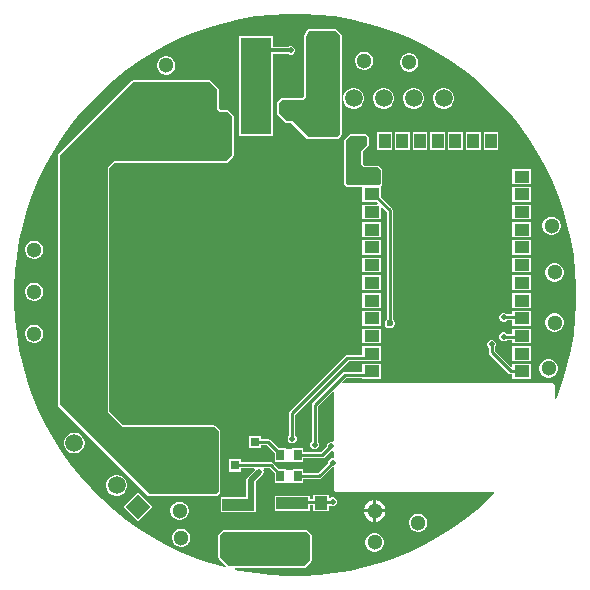
<source format=gbl>
%TF.GenerationSoftware,Altium Limited,Altium Designer,25.0.2 (28)*%
G04 Layer_Physical_Order=4*
G04 Layer_Color=16711680*
%FSLAX45Y45*%
%MOMM*%
%TF.SameCoordinates,35A56F3A-7D9F-4CF9-8D97-DF5CB8944ECC*%
%TF.FilePolarity,Positive*%
%TF.FileFunction,Copper,L4,Bot,Signal*%
%TF.Part,Single*%
G01*
G75*
%TA.AperFunction,SMDPad,CuDef*%
%ADD19R,1.10000X1.15000*%
%ADD21R,2.69240X1.01600*%
%TA.AperFunction,Conductor*%
%ADD35C,0.25400*%
%ADD36C,0.50800*%
%ADD38C,0.35000*%
%TA.AperFunction,ComponentPad*%
%ADD39C,1.30000*%
%ADD40P,2.12132X4X180.0*%
%ADD41C,1.50000*%
%ADD42R,1.50000X1.50000*%
%TA.AperFunction,ViaPad*%
%ADD43C,0.50800*%
%ADD44C,0.60000*%
%TA.AperFunction,SMDPad,CuDef*%
%ADD45R,0.66040X0.93980*%
%ADD46R,0.80000X0.80000*%
%ADD47R,1.30000X1.00000*%
%ADD48R,1.00000X1.30000*%
%ADD49R,9.00000X9.00000*%
%ADD50R,5.08000X5.08000*%
%ADD51R,0.80000X0.80000*%
%ADD52R,2.60000X8.20000*%
G36*
X10728388Y9915922D02*
X10861076Y9900972D01*
X10992723Y9878604D01*
X11122906Y9848891D01*
X11251214Y9811926D01*
X11377254Y9767822D01*
X11500620Y9716723D01*
X11620927Y9658785D01*
X11737796Y9594194D01*
X11850863Y9523150D01*
X11959761Y9445882D01*
X12064162Y9362625D01*
X12163724Y9273651D01*
X12258149Y9179227D01*
X12347123Y9079664D01*
X12430382Y8975261D01*
X12507653Y8866358D01*
X12578694Y8753296D01*
X12643286Y8636426D01*
X12701221Y8516122D01*
X12752322Y8392754D01*
X12796426Y8266714D01*
X12833391Y8138405D01*
X12863104Y8008223D01*
X12885472Y7876575D01*
X12900423Y7743888D01*
X12907909Y7610564D01*
Y7543800D01*
Y7477036D01*
X12900423Y7343712D01*
X12885472Y7211024D01*
X12863104Y7079377D01*
X12833391Y6949194D01*
X12796426Y6820886D01*
X12752322Y6694845D01*
X12738903Y6662447D01*
X12726446Y6664925D01*
Y6781800D01*
X12722420Y6791520D01*
X12712700Y6795546D01*
X10931603D01*
X10926743Y6807280D01*
X10958305Y6838842D01*
X11098300D01*
Y6833400D01*
X11253700D01*
Y6958800D01*
X11098300D01*
Y6890637D01*
X10947578D01*
X10937667Y6888666D01*
X10929266Y6883052D01*
X10675088Y6628874D01*
X10669474Y6620472D01*
X10667502Y6610561D01*
Y6301784D01*
X10661100Y6295382D01*
X10655300Y6281379D01*
Y6266221D01*
X10661100Y6252218D01*
X10671818Y6241500D01*
X10685821Y6235700D01*
X10700979D01*
X10714982Y6241500D01*
X10725700Y6252218D01*
X10731500Y6266221D01*
Y6281379D01*
X10725700Y6295382D01*
X10719298Y6301784D01*
Y6599834D01*
X10845720Y6726257D01*
X10857454Y6721397D01*
Y6305998D01*
X10844753Y6297512D01*
X10840679Y6299200D01*
X10825521D01*
X10811518Y6293400D01*
X10800800Y6282682D01*
X10795000Y6268679D01*
Y6259625D01*
X10746173Y6210798D01*
X10596880D01*
Y6244590D01*
X10505440D01*
Y6240556D01*
X10447020D01*
Y6244590D01*
X10392205D01*
X10319282Y6317512D01*
X10310881Y6323126D01*
X10300970Y6325098D01*
X10243180D01*
Y6351900D01*
X10137780D01*
Y6246500D01*
X10243180D01*
Y6273302D01*
X10290243D01*
X10355580Y6207965D01*
Y6125210D01*
X10447020D01*
Y6129244D01*
X10505440D01*
Y6125210D01*
X10596880D01*
Y6159002D01*
X10756900D01*
X10766811Y6160974D01*
X10775212Y6166588D01*
X10831625Y6223000D01*
X10840679D01*
X10844753Y6224688D01*
X10857454Y6216202D01*
Y6162223D01*
X10853378Y6159500D01*
X10838221D01*
X10824218Y6153700D01*
X10813500Y6142982D01*
X10807700Y6128979D01*
Y6119925D01*
X10720773Y6032998D01*
X10598150D01*
Y6066790D01*
X10506710D01*
Y6062756D01*
X10448290D01*
Y6066790D01*
X10393475D01*
X10340872Y6119393D01*
X10332471Y6125007D01*
X10322560Y6126978D01*
X10073000D01*
Y6153780D01*
X9967600D01*
Y6048380D01*
X10073000D01*
Y6075183D01*
X10180585D01*
X10185846Y6062483D01*
X10127451Y6004089D01*
X10119031Y5991486D01*
X10116073Y5976620D01*
Y5831840D01*
X9898380D01*
Y5704840D01*
X10193020D01*
Y5789987D01*
X10193767Y5793740D01*
Y5960529D01*
X10250969Y6017731D01*
X10253094Y6020913D01*
X10255800Y6023618D01*
X10257264Y6027153D01*
X10259389Y6030334D01*
X10260136Y6034087D01*
X10261600Y6037621D01*
Y6041447D01*
X10262347Y6045200D01*
X10261600Y6048953D01*
Y6052779D01*
X10260136Y6056313D01*
X10259389Y6060066D01*
X10257775Y6062483D01*
X10258360Y6065192D01*
X10262907Y6073257D01*
X10265020Y6075183D01*
X10311833D01*
X10356850Y6030165D01*
Y5947410D01*
X10448290D01*
Y5951444D01*
X10506710D01*
Y5947410D01*
X10598150D01*
Y5981202D01*
X10731500D01*
X10741411Y5983174D01*
X10749812Y5988788D01*
X10844325Y6083300D01*
X10853378D01*
X10857454Y6080577D01*
Y5892800D01*
X10861480Y5883080D01*
X10871200Y5879054D01*
X12212236D01*
X12217096Y5867320D01*
X12163727Y5813951D01*
X12064164Y5724977D01*
X11959761Y5641718D01*
X11850858Y5564447D01*
X11737796Y5493406D01*
X11620926Y5428814D01*
X11500622Y5370878D01*
X11377254Y5319778D01*
X11251214Y5275674D01*
X11122905Y5238709D01*
X10992723Y5208996D01*
X10861075Y5186628D01*
X10728388Y5171678D01*
X10595064Y5164191D01*
X10461536D01*
X10328212Y5171678D01*
X10195524Y5186628D01*
X10063877Y5208996D01*
X10021564Y5218654D01*
X10022995Y5231354D01*
X10604499D01*
X10604500Y5231353D01*
X10614221Y5235379D01*
X10614221Y5235381D01*
X10665020Y5286180D01*
X10669047Y5295900D01*
X10669046Y5295901D01*
Y5511800D01*
X10665020Y5521520D01*
X10665020Y5521521D01*
X10639620Y5546920D01*
X10629900Y5550947D01*
X10629899Y5550946D01*
X9918700D01*
X9908980Y5546920D01*
X9908979Y5546920D01*
X9883580Y5521520D01*
X9879553Y5511800D01*
X9879554Y5511799D01*
Y5321300D01*
X9883580Y5311580D01*
X9946301Y5248858D01*
X9939908Y5237291D01*
X9933694Y5238709D01*
X9805386Y5275674D01*
X9679345Y5319778D01*
X9555980Y5370877D01*
X9435673Y5428814D01*
X9318804Y5493406D01*
X9205737Y5564450D01*
X9096838Y5641718D01*
X8992438Y5724975D01*
X8892876Y5813948D01*
X8798451Y5908373D01*
X8709477Y6007935D01*
X8626218Y6112338D01*
X8548947Y6221241D01*
X8477906Y6334304D01*
X8413314Y6451174D01*
X8355378Y6571478D01*
X8304278Y6694845D01*
X8260174Y6820886D01*
X8223209Y6949195D01*
X8193496Y7079377D01*
X8171128Y7211025D01*
X8156178Y7343712D01*
X8148691Y7477036D01*
Y7543800D01*
Y7610564D01*
X8156178Y7743888D01*
X8171128Y7876576D01*
X8193496Y8008223D01*
X8223209Y8138406D01*
X8260174Y8266714D01*
X8304278Y8392754D01*
X8355377Y8516120D01*
X8413314Y8636427D01*
X8477906Y8753296D01*
X8548950Y8866363D01*
X8626218Y8975261D01*
X8709475Y9079662D01*
X8798448Y9179224D01*
X8892873Y9273649D01*
X8992435Y9362623D01*
X9096838Y9445882D01*
X9205741Y9523153D01*
X9318804Y9594194D01*
X9435674Y9658786D01*
X9555978Y9716721D01*
X9679345Y9767822D01*
X9805386Y9811926D01*
X9933695Y9848891D01*
X10063877Y9878604D01*
X10195525Y9900972D01*
X10328211Y9915922D01*
X10461536Y9923409D01*
X10595064D01*
X10728388Y9915922D01*
D02*
G37*
G36*
X10655300Y5511800D02*
Y5295900D01*
X10604500Y5245100D01*
X9969500D01*
X9893300Y5321300D01*
Y5511800D01*
X9918700Y5537200D01*
X10629900D01*
X10655300Y5511800D01*
D02*
G37*
%LPC*%
G36*
X10871200Y9792747D02*
X10871199Y9792746D01*
X10642600D01*
X10640510Y9791881D01*
X10638253Y9792041D01*
X10635836Y9789945D01*
X10632880Y9788720D01*
X10632014Y9786630D01*
X10630305Y9785148D01*
X10604905Y9734348D01*
X10604678Y9731156D01*
X10603454Y9728200D01*
Y9225894D01*
X10586106Y9208546D01*
X10414000D01*
X10404280Y9204520D01*
X10404279Y9204520D01*
X10378880Y9179120D01*
X10374853Y9169400D01*
X10374854Y9169399D01*
Y9080500D01*
X10378880Y9070780D01*
X10378880Y9070779D01*
X10442380Y9007280D01*
X10452100Y9003253D01*
X10452101Y9003254D01*
X10497206D01*
X10632880Y8867580D01*
X10642600Y8863553D01*
X10642601Y8863554D01*
X10883900D01*
X10893620Y8867580D01*
X10893621Y8867580D01*
X10919020Y8892980D01*
X10923047Y8902700D01*
X10923046Y8902701D01*
Y9740899D01*
X10923047Y9740900D01*
X10919020Y9750620D01*
X10880920Y9788720D01*
X10871200Y9792747D01*
D02*
G37*
G36*
X10340200Y9731800D02*
X10054800D01*
Y8886400D01*
X10340200D01*
Y9583109D01*
X10467110D01*
X10468618Y9581600D01*
X10482621Y9575800D01*
X10497779D01*
X10511782Y9581600D01*
X10522500Y9592318D01*
X10528300Y9606321D01*
Y9621479D01*
X10522500Y9635482D01*
X10511782Y9646200D01*
X10497779Y9652000D01*
X10482621D01*
X10468618Y9646200D01*
X10467110Y9644691D01*
X10340200D01*
Y9731800D01*
D02*
G37*
G36*
X11122729Y9602700D02*
X11102271D01*
X11082509Y9597405D01*
X11064791Y9587175D01*
X11050325Y9572709D01*
X11040095Y9554991D01*
X11034800Y9535229D01*
Y9514771D01*
X11040095Y9495009D01*
X11050325Y9477291D01*
X11064791Y9462825D01*
X11082509Y9452595D01*
X11102271Y9447300D01*
X11122729D01*
X11142491Y9452595D01*
X11160209Y9462825D01*
X11174675Y9477291D01*
X11184905Y9495009D01*
X11190200Y9514771D01*
Y9535229D01*
X11184905Y9554991D01*
X11174675Y9572709D01*
X11160209Y9587175D01*
X11142491Y9597405D01*
X11122729Y9602700D01*
D02*
G37*
G36*
X11503729Y9590000D02*
X11483271D01*
X11463509Y9584705D01*
X11445791Y9574475D01*
X11431325Y9560009D01*
X11421095Y9542291D01*
X11415800Y9522529D01*
Y9502071D01*
X11421095Y9482309D01*
X11431325Y9464591D01*
X11445791Y9450125D01*
X11463509Y9439895D01*
X11483271Y9434600D01*
X11503729D01*
X11523491Y9439895D01*
X11541209Y9450125D01*
X11555675Y9464591D01*
X11565905Y9482309D01*
X11571200Y9502071D01*
Y9522529D01*
X11565905Y9542291D01*
X11555675Y9560009D01*
X11541209Y9574475D01*
X11523491Y9584705D01*
X11503729Y9590000D01*
D02*
G37*
G36*
X9446329Y9564600D02*
X9425871D01*
X9406109Y9559305D01*
X9388391Y9549075D01*
X9373925Y9534609D01*
X9363695Y9516891D01*
X9358400Y9497129D01*
Y9476671D01*
X9363695Y9456909D01*
X9373925Y9439191D01*
X9388391Y9424725D01*
X9406109Y9414495D01*
X9425871Y9409200D01*
X9446329D01*
X9466091Y9414495D01*
X9483809Y9424725D01*
X9498275Y9439191D01*
X9508505Y9456909D01*
X9513800Y9476671D01*
Y9497129D01*
X9508505Y9516891D01*
X9498275Y9534609D01*
X9483809Y9549075D01*
X9466091Y9559305D01*
X9446329Y9564600D01*
D02*
G37*
G36*
X11797146Y9295200D02*
X11774054D01*
X11751749Y9289223D01*
X11731751Y9277677D01*
X11715423Y9261349D01*
X11703877Y9241351D01*
X11697900Y9219046D01*
Y9195954D01*
X11703877Y9173649D01*
X11715423Y9153651D01*
X11731751Y9137323D01*
X11751749Y9125777D01*
X11774054Y9119800D01*
X11797146D01*
X11819451Y9125777D01*
X11839449Y9137323D01*
X11855777Y9153651D01*
X11867323Y9173649D01*
X11873300Y9195954D01*
Y9219046D01*
X11867323Y9241351D01*
X11855777Y9261349D01*
X11839449Y9277677D01*
X11819451Y9289223D01*
X11797146Y9295200D01*
D02*
G37*
G36*
X11543146D02*
X11520054D01*
X11497749Y9289223D01*
X11477751Y9277677D01*
X11461423Y9261349D01*
X11449877Y9241351D01*
X11443900Y9219046D01*
Y9195954D01*
X11449877Y9173649D01*
X11461423Y9153651D01*
X11477751Y9137323D01*
X11497749Y9125777D01*
X11520054Y9119800D01*
X11543146D01*
X11565451Y9125777D01*
X11585449Y9137323D01*
X11601777Y9153651D01*
X11613323Y9173649D01*
X11619300Y9195954D01*
Y9219046D01*
X11613323Y9241351D01*
X11601777Y9261349D01*
X11585449Y9277677D01*
X11565451Y9289223D01*
X11543146Y9295200D01*
D02*
G37*
G36*
X11289146D02*
X11266054D01*
X11243749Y9289223D01*
X11223751Y9277677D01*
X11207423Y9261349D01*
X11195877Y9241351D01*
X11189900Y9219046D01*
Y9195954D01*
X11195877Y9173649D01*
X11207423Y9153651D01*
X11223751Y9137323D01*
X11243749Y9125777D01*
X11266054Y9119800D01*
X11289146D01*
X11311451Y9125777D01*
X11331449Y9137323D01*
X11347777Y9153651D01*
X11359323Y9173649D01*
X11365300Y9195954D01*
Y9219046D01*
X11359323Y9241351D01*
X11347777Y9261349D01*
X11331449Y9277677D01*
X11311451Y9289223D01*
X11289146Y9295200D01*
D02*
G37*
G36*
X11035146D02*
X11012054D01*
X10989749Y9289223D01*
X10969751Y9277677D01*
X10953423Y9261349D01*
X10941877Y9241351D01*
X10935900Y9219046D01*
Y9195954D01*
X10941877Y9173649D01*
X10953423Y9153651D01*
X10969751Y9137323D01*
X10989749Y9125777D01*
X11012054Y9119800D01*
X11035146D01*
X11057451Y9125777D01*
X11077449Y9137323D01*
X11093777Y9153651D01*
X11105323Y9173649D01*
X11111300Y9195954D01*
Y9219046D01*
X11105323Y9241351D01*
X11093777Y9261349D01*
X11077449Y9277677D01*
X11057451Y9289223D01*
X11035146Y9295200D01*
D02*
G37*
G36*
X11125200Y8903747D02*
X11125199Y8903746D01*
X10998201D01*
X10998200Y8903747D01*
X10988480Y8899720D01*
X10950380Y8861620D01*
X10946353Y8851900D01*
X10946354Y8851899D01*
Y8483601D01*
X10946353Y8483600D01*
X10950379Y8473879D01*
X10950381Y8473879D01*
X10963080Y8461180D01*
X10972800Y8457153D01*
X10972801Y8457154D01*
X11098300D01*
Y8333400D01*
X11217075D01*
X11229942Y8320533D01*
X11225082Y8308800D01*
X11098300D01*
Y8183400D01*
X11253700D01*
Y8280182D01*
X11265433Y8285042D01*
X11302502Y8247973D01*
Y7336989D01*
X11292201Y7326687D01*
X11285700Y7310994D01*
Y7294006D01*
X11292201Y7278313D01*
X11304213Y7266301D01*
X11319906Y7259800D01*
X11336894D01*
X11352587Y7266301D01*
X11364599Y7278313D01*
X11371100Y7294006D01*
Y7310994D01*
X11364599Y7326687D01*
X11354298Y7336989D01*
Y8258700D01*
X11352326Y8268610D01*
X11346712Y8277012D01*
X11253700Y8370025D01*
Y8458799D01*
X11253700Y8458799D01*
X11253700D01*
X11253700Y8458800D01*
X11257830Y8469789D01*
X11261920Y8473880D01*
X11265947Y8483600D01*
X11265946Y8483601D01*
Y8597900D01*
X11261920Y8607620D01*
X11261920Y8607621D01*
X11236520Y8633020D01*
X11226800Y8637047D01*
X11226799Y8637046D01*
X11118194D01*
X11112120Y8643120D01*
X11109221Y8644321D01*
X11108020Y8647220D01*
X11108020Y8647220D01*
X11100846Y8654394D01*
Y8757306D01*
X11147620Y8804080D01*
X11151647Y8813800D01*
X11151646Y8813801D01*
Y8877299D01*
X11151647Y8877300D01*
X11147621Y8887021D01*
X11147619Y8887021D01*
X11134920Y8899720D01*
X11125200Y8903747D01*
D02*
G37*
G36*
X12248700Y8923800D02*
X12123300D01*
Y8768400D01*
X12248700D01*
Y8923800D01*
D02*
G37*
G36*
X12098700D02*
X11973300D01*
Y8768400D01*
X12098700D01*
Y8923800D01*
D02*
G37*
G36*
X11948700D02*
X11823300D01*
Y8768400D01*
X11948700D01*
Y8923800D01*
D02*
G37*
G36*
X11798700D02*
X11673300D01*
Y8768400D01*
X11798700D01*
Y8923800D01*
D02*
G37*
G36*
X11648700D02*
X11523300D01*
Y8768400D01*
X11648700D01*
Y8923800D01*
D02*
G37*
G36*
X11348700D02*
X11223300D01*
Y8768400D01*
X11348700D01*
Y8923800D01*
D02*
G37*
G36*
X11498700Y8923800D02*
X11373300D01*
Y8768400D01*
X11498700D01*
Y8923800D01*
D02*
G37*
G36*
X9804400Y9360947D02*
X9804399Y9360946D01*
X9156700D01*
X9146980Y9356920D01*
X9146979Y9356920D01*
X8524680Y8734620D01*
X8520653Y8724900D01*
X8520654Y8724899D01*
Y6616701D01*
X8520653Y6616700D01*
X8524679Y6606979D01*
X8524681Y6606979D01*
X9286680Y5844980D01*
X9296400Y5840953D01*
X9296401Y5840954D01*
X9855200D01*
X9864920Y5844980D01*
X9864921Y5844980D01*
X9890320Y5870380D01*
X9894347Y5880100D01*
X9894346Y5880101D01*
Y6388099D01*
X9894347Y6388100D01*
X9890320Y6397820D01*
X9852220Y6435920D01*
X9842500Y6439947D01*
X9842499Y6439946D01*
X9073494D01*
X8954546Y6558894D01*
Y8617606D01*
X8997294Y8660354D01*
X9944099D01*
X9944100Y8660353D01*
X9953821Y8664379D01*
X9953821Y8664381D01*
X10004620Y8715180D01*
X10008647Y8724900D01*
X10008646Y8724901D01*
Y9055099D01*
X10008647Y9055100D01*
X10004620Y9064820D01*
X9966520Y9102920D01*
X9956800Y9106947D01*
X9956799Y9106946D01*
X9898994D01*
X9881646Y9124294D01*
Y9283700D01*
X9877620Y9293420D01*
X9877620Y9293421D01*
X9814120Y9356920D01*
X9804400Y9360947D01*
D02*
G37*
G36*
X12523700Y8608800D02*
X12368300D01*
Y8483400D01*
X12523700D01*
Y8608800D01*
D02*
G37*
G36*
Y8458800D02*
X12368300D01*
Y8333400D01*
X12523700D01*
Y8458800D01*
D02*
G37*
G36*
Y8308800D02*
X12368300D01*
Y8183400D01*
X12523700D01*
Y8308800D01*
D02*
G37*
G36*
X12710229Y8205700D02*
X12689771D01*
X12670009Y8200405D01*
X12652291Y8190175D01*
X12637825Y8175709D01*
X12627595Y8157991D01*
X12622300Y8138229D01*
Y8117771D01*
X12627595Y8098009D01*
X12637825Y8080291D01*
X12652291Y8065825D01*
X12670009Y8055595D01*
X12689771Y8050300D01*
X12710229D01*
X12729991Y8055595D01*
X12747709Y8065825D01*
X12762175Y8080291D01*
X12772405Y8098009D01*
X12777700Y8117771D01*
Y8138229D01*
X12772405Y8157991D01*
X12762175Y8175709D01*
X12747709Y8190175D01*
X12729991Y8200405D01*
X12710229Y8205700D01*
D02*
G37*
G36*
X12523700Y8158800D02*
X12368300D01*
Y8033400D01*
X12523700D01*
Y8158800D01*
D02*
G37*
G36*
X11253700D02*
X11098300D01*
Y8033400D01*
X11253700D01*
Y8158800D01*
D02*
G37*
G36*
X12523700Y8008800D02*
X12368300D01*
Y7883400D01*
X12523700D01*
Y8008800D01*
D02*
G37*
G36*
X11253700D02*
X11098300D01*
Y7883400D01*
X11253700D01*
Y8008800D01*
D02*
G37*
G36*
X8328729Y8002500D02*
X8308271D01*
X8288509Y7997205D01*
X8270791Y7986975D01*
X8256325Y7972509D01*
X8246095Y7954791D01*
X8240800Y7935029D01*
Y7914571D01*
X8246095Y7894809D01*
X8256325Y7877091D01*
X8270791Y7862625D01*
X8288509Y7852395D01*
X8308271Y7847100D01*
X8328729D01*
X8348491Y7852395D01*
X8366209Y7862625D01*
X8380675Y7877091D01*
X8390905Y7894809D01*
X8396200Y7914571D01*
Y7935029D01*
X8390905Y7954791D01*
X8380675Y7972509D01*
X8366209Y7986975D01*
X8348491Y7997205D01*
X8328729Y8002500D01*
D02*
G37*
G36*
X12523700Y7858800D02*
X12368300D01*
Y7733400D01*
X12523700D01*
Y7858800D01*
D02*
G37*
G36*
X11253700Y7858800D02*
X11098300D01*
Y7733400D01*
X11253700D01*
Y7858800D01*
D02*
G37*
G36*
X12735629Y7812000D02*
X12715171D01*
X12695409Y7806705D01*
X12677691Y7796475D01*
X12663225Y7782009D01*
X12652995Y7764291D01*
X12647700Y7744529D01*
Y7724071D01*
X12652995Y7704309D01*
X12663225Y7686591D01*
X12677691Y7672125D01*
X12695409Y7661895D01*
X12715171Y7656600D01*
X12735629D01*
X12755391Y7661895D01*
X12773109Y7672125D01*
X12787575Y7686591D01*
X12797805Y7704309D01*
X12803101Y7724071D01*
Y7744529D01*
X12797805Y7764291D01*
X12787575Y7782009D01*
X12773109Y7796475D01*
X12755391Y7806705D01*
X12735629Y7812000D01*
D02*
G37*
G36*
X12523700Y7708800D02*
X12368300D01*
Y7583400D01*
X12523700D01*
Y7708800D01*
D02*
G37*
G36*
X11253700D02*
X11098300D01*
Y7583400D01*
X11253700D01*
Y7708800D01*
D02*
G37*
G36*
X8328729Y7646900D02*
X8308271D01*
X8288509Y7641605D01*
X8270791Y7631375D01*
X8256325Y7616909D01*
X8246095Y7599191D01*
X8240800Y7579429D01*
Y7558971D01*
X8246095Y7539209D01*
X8256325Y7521491D01*
X8270791Y7507025D01*
X8288509Y7496795D01*
X8308271Y7491500D01*
X8328729D01*
X8348491Y7496795D01*
X8366209Y7507025D01*
X8380675Y7521491D01*
X8390905Y7539209D01*
X8396200Y7558971D01*
Y7579429D01*
X8390905Y7599191D01*
X8380675Y7616909D01*
X8366209Y7631375D01*
X8348491Y7641605D01*
X8328729Y7646900D01*
D02*
G37*
G36*
X12523700Y7558800D02*
X12368300D01*
Y7433400D01*
X12523700D01*
Y7558800D01*
D02*
G37*
G36*
X11253700Y7558799D02*
X11098300D01*
Y7433400D01*
X11253700D01*
Y7558799D01*
D02*
G37*
G36*
X12523700Y7408800D02*
X12368300D01*
Y7379198D01*
X12321584D01*
X12315182Y7385600D01*
X12301179Y7391400D01*
X12286021D01*
X12272018Y7385600D01*
X12261300Y7374882D01*
X12255500Y7360879D01*
Y7345721D01*
X12261300Y7331718D01*
X12272018Y7321000D01*
X12286021Y7315200D01*
X12301179D01*
X12315182Y7321000D01*
X12321584Y7327402D01*
X12368300D01*
Y7283400D01*
X12523700D01*
Y7408800D01*
D02*
G37*
G36*
X11253700D02*
X11098300D01*
Y7283400D01*
X11253700D01*
Y7408800D01*
D02*
G37*
G36*
X12735629Y7386550D02*
X12715171D01*
X12695409Y7381255D01*
X12677691Y7371025D01*
X12663225Y7356559D01*
X12652995Y7338841D01*
X12647700Y7319079D01*
Y7298621D01*
X12652995Y7278859D01*
X12663225Y7261141D01*
X12677691Y7246675D01*
X12695409Y7236445D01*
X12715171Y7231150D01*
X12735629D01*
X12755391Y7236445D01*
X12773109Y7246675D01*
X12787575Y7261141D01*
X12797805Y7278859D01*
X12803101Y7298621D01*
Y7319079D01*
X12797805Y7338841D01*
X12787575Y7356559D01*
X12773109Y7371025D01*
X12755391Y7381255D01*
X12735629Y7386550D01*
D02*
G37*
G36*
X12523700Y7258800D02*
X12368300D01*
Y7214098D01*
X12321584D01*
X12315182Y7220500D01*
X12301179Y7226300D01*
X12286021D01*
X12272018Y7220500D01*
X12261300Y7209782D01*
X12255500Y7195779D01*
Y7180621D01*
X12261300Y7166618D01*
X12272018Y7155900D01*
X12286021Y7150100D01*
X12301179D01*
X12315182Y7155900D01*
X12321584Y7162302D01*
X12368300D01*
Y7133400D01*
X12523700D01*
Y7258800D01*
D02*
G37*
G36*
X8328729Y7291300D02*
X8308271D01*
X8288509Y7286005D01*
X8270791Y7275775D01*
X8256325Y7261309D01*
X8246095Y7243591D01*
X8240800Y7223829D01*
Y7203371D01*
X8246095Y7183609D01*
X8256325Y7165891D01*
X8270791Y7151425D01*
X8288509Y7141195D01*
X8308271Y7135900D01*
X8328729D01*
X8348491Y7141195D01*
X8366209Y7151425D01*
X8380675Y7165891D01*
X8390905Y7183609D01*
X8396200Y7203371D01*
Y7223829D01*
X8390905Y7243591D01*
X8380675Y7261309D01*
X8366209Y7275775D01*
X8348491Y7286005D01*
X8328729Y7291300D01*
D02*
G37*
G36*
X11253700Y7258800D02*
X11098300D01*
Y7133400D01*
X11253700D01*
Y7258800D01*
D02*
G37*
G36*
X12523700Y7108800D02*
X12368300D01*
Y6983400D01*
X12523700D01*
Y7108800D01*
D02*
G37*
G36*
X12684829Y6999200D02*
X12664371D01*
X12644609Y6993905D01*
X12626891Y6983675D01*
X12612425Y6969209D01*
X12602195Y6951491D01*
X12596900Y6931729D01*
Y6911271D01*
X12602195Y6891509D01*
X12612425Y6873791D01*
X12626891Y6859325D01*
X12644609Y6849095D01*
X12664371Y6843800D01*
X12684829D01*
X12704591Y6849095D01*
X12722309Y6859325D01*
X12736775Y6873791D01*
X12747005Y6891509D01*
X12752300Y6911271D01*
Y6931729D01*
X12747005Y6951491D01*
X12736775Y6969209D01*
X12722309Y6983675D01*
X12704591Y6993905D01*
X12684829Y6999200D01*
D02*
G37*
G36*
X12199579Y7162800D02*
X12184421D01*
X12170418Y7157000D01*
X12159700Y7146282D01*
X12153900Y7132279D01*
Y7117121D01*
X12159700Y7103118D01*
X12166102Y7096716D01*
Y7061200D01*
X12168074Y7051290D01*
X12173688Y7042888D01*
X12338788Y6877788D01*
X12347190Y6872174D01*
X12357100Y6870202D01*
X12368300D01*
Y6833400D01*
X12523700D01*
Y6958800D01*
X12368300D01*
Y6939485D01*
X12355600Y6934225D01*
X12217898Y7071927D01*
Y7096716D01*
X12224300Y7103118D01*
X12230100Y7117121D01*
Y7132279D01*
X12224300Y7146282D01*
X12213582Y7157000D01*
X12199579Y7162800D01*
D02*
G37*
G36*
X11253700Y7108800D02*
X11098300D01*
Y7034697D01*
X10971200D01*
X10961289Y7032726D01*
X10952887Y7027112D01*
X10484588Y6558812D01*
X10478974Y6550411D01*
X10477002Y6540500D01*
Y6352584D01*
X10470600Y6346182D01*
X10464800Y6332179D01*
Y6317021D01*
X10470600Y6303018D01*
X10481318Y6292300D01*
X10495321Y6286500D01*
X10510479D01*
X10524482Y6292300D01*
X10535200Y6303018D01*
X10541000Y6317021D01*
Y6332179D01*
X10535200Y6346182D01*
X10528798Y6352584D01*
Y6529773D01*
X10981927Y6982902D01*
X11138700D01*
X11141204Y6983400D01*
X11253700D01*
Y7108800D01*
D02*
G37*
G36*
X8669335Y6377810D02*
X8646244D01*
X8623939Y6371834D01*
X8603941Y6360288D01*
X8587612Y6343959D01*
X8576066Y6323961D01*
X8570090Y6301656D01*
Y6278565D01*
X8576066Y6256260D01*
X8587612Y6236261D01*
X8603941Y6219933D01*
X8623939Y6208387D01*
X8646244Y6202411D01*
X8669335D01*
X8691640Y6208387D01*
X8711639Y6219933D01*
X8727967Y6236261D01*
X8739513Y6256260D01*
X8745489Y6278565D01*
Y6301656D01*
X8739513Y6323961D01*
X8727967Y6343959D01*
X8711639Y6360288D01*
X8691640Y6371834D01*
X8669335Y6377810D01*
D02*
G37*
G36*
X9028546Y6018600D02*
X9005454D01*
X8983149Y6012623D01*
X8963151Y6001077D01*
X8946823Y5984749D01*
X8935277Y5964751D01*
X8929300Y5942446D01*
Y5919354D01*
X8935277Y5897049D01*
X8946823Y5877051D01*
X8963151Y5860723D01*
X8983149Y5849177D01*
X9005454Y5843200D01*
X9028546D01*
X9050851Y5849177D01*
X9070849Y5860723D01*
X9087177Y5877051D01*
X9098723Y5897049D01*
X9104700Y5919354D01*
Y5942446D01*
X9098723Y5964751D01*
X9087177Y5984749D01*
X9070849Y6001077D01*
X9050851Y6012623D01*
X9028546Y6018600D01*
D02*
G37*
G36*
X10811900Y5852500D02*
X10676500D01*
Y5816297D01*
X10650220D01*
Y5844540D01*
X10355580D01*
Y5717540D01*
X10650220D01*
Y5764502D01*
X10676500D01*
Y5712100D01*
X10811900D01*
Y5753258D01*
X10824218Y5758900D01*
X10838221Y5753100D01*
X10853379D01*
X10867382Y5758900D01*
X10878100Y5769618D01*
X10883900Y5783621D01*
Y5798779D01*
X10878100Y5812782D01*
X10867382Y5823500D01*
X10853379Y5829300D01*
X10838221D01*
X10824218Y5823500D01*
X10811900Y5829142D01*
Y5852500D01*
D02*
G37*
G36*
X11214100Y5805186D02*
Y5727700D01*
X11291586D01*
X11285639Y5749893D01*
X11273738Y5770507D01*
X11256907Y5787338D01*
X11236293Y5799239D01*
X11214100Y5805186D01*
D02*
G37*
G36*
X11188700D02*
X11166507Y5799239D01*
X11145893Y5787338D01*
X11129062Y5770507D01*
X11117161Y5749893D01*
X11111214Y5727700D01*
X11188700D01*
Y5805186D01*
D02*
G37*
G36*
X9560629Y5792700D02*
X9540171D01*
X9520409Y5787405D01*
X9502691Y5777175D01*
X9488225Y5762709D01*
X9477995Y5744991D01*
X9472700Y5725229D01*
Y5704771D01*
X9477995Y5685009D01*
X9488225Y5667291D01*
X9502691Y5652825D01*
X9520409Y5642595D01*
X9540171Y5637300D01*
X9560629D01*
X9580391Y5642595D01*
X9598109Y5652825D01*
X9612575Y5667291D01*
X9622805Y5685009D01*
X9628100Y5704771D01*
Y5725229D01*
X9622805Y5744991D01*
X9612575Y5762709D01*
X9598109Y5777175D01*
X9580391Y5787405D01*
X9560629Y5792700D01*
D02*
G37*
G36*
X9196605Y5875321D02*
X9072579Y5751295D01*
X9196605Y5627268D01*
X9320632Y5751295D01*
X9196605Y5875321D01*
D02*
G37*
G36*
X11291586Y5702300D02*
X11214100D01*
Y5624814D01*
X11236293Y5630761D01*
X11256907Y5642662D01*
X11273738Y5659493D01*
X11285639Y5680107D01*
X11291586Y5702300D01*
D02*
G37*
G36*
X11188700D02*
X11111214D01*
X11117161Y5680107D01*
X11129062Y5659493D01*
X11145893Y5642662D01*
X11166507Y5630761D01*
X11188700Y5624814D01*
Y5702300D01*
D02*
G37*
G36*
X11579929Y5691100D02*
X11559471D01*
X11539709Y5685805D01*
X11521991Y5675575D01*
X11507525Y5661109D01*
X11497295Y5643391D01*
X11492000Y5623629D01*
Y5603171D01*
X11497295Y5583409D01*
X11507525Y5565691D01*
X11521991Y5551225D01*
X11539709Y5540995D01*
X11559471Y5535700D01*
X11579929D01*
X11599691Y5540995D01*
X11617409Y5551225D01*
X11631875Y5565691D01*
X11642105Y5583409D01*
X11647400Y5603171D01*
Y5623629D01*
X11642105Y5643391D01*
X11631875Y5661109D01*
X11617409Y5675575D01*
X11599691Y5685805D01*
X11579929Y5691100D01*
D02*
G37*
G36*
X9573329Y5564100D02*
X9552871D01*
X9533109Y5558805D01*
X9515391Y5548575D01*
X9500925Y5534109D01*
X9490695Y5516391D01*
X9485400Y5496629D01*
Y5476171D01*
X9490695Y5456409D01*
X9500925Y5438691D01*
X9515391Y5424225D01*
X9533109Y5413995D01*
X9552871Y5408700D01*
X9573329D01*
X9593091Y5413995D01*
X9610809Y5424225D01*
X9625275Y5438691D01*
X9635505Y5456409D01*
X9640800Y5476171D01*
Y5496629D01*
X9635505Y5516391D01*
X9625275Y5534109D01*
X9610809Y5548575D01*
X9593091Y5558805D01*
X9573329Y5564100D01*
D02*
G37*
G36*
X11211629Y5526000D02*
X11191171D01*
X11171409Y5520705D01*
X11153691Y5510475D01*
X11139225Y5496009D01*
X11128995Y5478291D01*
X11123700Y5458529D01*
Y5438071D01*
X11128995Y5418309D01*
X11139225Y5400591D01*
X11153691Y5386125D01*
X11171409Y5375895D01*
X11191171Y5370600D01*
X11211629D01*
X11231391Y5375895D01*
X11249109Y5386125D01*
X11263575Y5400591D01*
X11273805Y5418309D01*
X11279100Y5438071D01*
Y5458529D01*
X11273805Y5478291D01*
X11263575Y5496009D01*
X11249109Y5510475D01*
X11231391Y5520705D01*
X11211629Y5526000D01*
D02*
G37*
%LPD*%
G36*
X10909300Y9740900D02*
Y8902700D01*
X10883900Y8877300D01*
X10642600D01*
X10502900Y9017000D01*
X10452100D01*
X10388600Y9080500D01*
Y9169400D01*
X10414000Y9194800D01*
X10591800D01*
X10617200Y9220200D01*
Y9728200D01*
X10642600Y9779000D01*
X10871200D01*
X10909300Y9740900D01*
D02*
G37*
G36*
X11137900Y8877300D02*
Y8813800D01*
X11087100Y8763000D01*
Y8648700D01*
X11098300Y8637500D01*
Y8633400D01*
X11102400D01*
X11112500Y8623300D01*
X11226800D01*
X11252200Y8597900D01*
Y8483600D01*
X11239500Y8470900D01*
X10972800D01*
X10960100Y8483600D01*
Y8851900D01*
X10998200Y8890000D01*
X11125200D01*
X11137900Y8877300D01*
D02*
G37*
G36*
X9867900Y9283700D02*
Y9118600D01*
X9893300Y9093200D01*
X9956800D01*
X9994900Y9055100D01*
Y8724900D01*
X9944100Y8674100D01*
X8991600D01*
X8940800Y8623300D01*
Y6553200D01*
X9067800Y6426200D01*
X9842500D01*
X9880600Y6388100D01*
Y5880100D01*
X9855200Y5854700D01*
X9296400D01*
X8534400Y6616700D01*
Y8724900D01*
X9156700Y9347200D01*
X9804400D01*
X9867900Y9283700D01*
D02*
G37*
D19*
X10744200Y5782300D02*
D03*
Y5622300D02*
D03*
D21*
X10045700Y5458460D02*
D03*
Y5768340D02*
D03*
X10502900Y5471160D02*
D03*
Y5781040D02*
D03*
D35*
X11328400Y7302500D02*
Y8258700D01*
X11191000Y8396100D02*
X11328400Y8258700D01*
X10502900Y6324600D02*
Y6540500D01*
X10731500Y6007100D02*
X10845800Y6121400D01*
X10552430Y6007100D02*
X10731500D01*
X10756900Y6184900D02*
X10833100Y6261100D01*
X10551160Y6184900D02*
X10756900D01*
X10401300D02*
Y6198870D01*
X10300970Y6299200D02*
X10401300Y6198870D01*
X10190480Y6299200D02*
X10300970D01*
X10402570Y6007100D02*
Y6021070D01*
X10322560Y6101080D02*
X10402570Y6021070D01*
X10020300Y6101080D02*
X10322560D01*
X10512260Y5790400D02*
X10731500D01*
X10731900Y5790800D02*
X10845400D01*
X10502900Y5781040D02*
X10512260Y5790400D01*
X10731500D02*
X10731900Y5790800D01*
X10845400D02*
X10845800Y5791200D01*
X11176000Y8396100D02*
X11191000D01*
X12192000Y7061200D02*
Y7124700D01*
Y7061200D02*
X12357100Y6896100D01*
X12446000D01*
X12438100Y7188200D02*
X12446000Y7196100D01*
X12293600Y7188200D02*
X12438100D01*
X12438800Y7353300D02*
X12446000Y7346100D01*
X12293600Y7353300D02*
X12438800D01*
X10502900Y6540500D02*
X10971200Y7008800D01*
X11138700D01*
X10947578Y6864739D02*
X11144639D01*
X10693400Y6610561D02*
X10947578Y6864739D01*
X10693400Y6273800D02*
Y6610561D01*
X11144639Y6864739D02*
X11176000Y6896100D01*
X11138700Y7008800D02*
X11176000Y7046100D01*
X10197500Y9309100D02*
Y9496600D01*
X10314800Y9613900D01*
D36*
X10154920Y5976620D02*
X10223500Y6045200D01*
X10154920Y5793740D02*
Y5976620D01*
X10129520Y5768340D02*
X10154920Y5793740D01*
X10045700Y5768340D02*
X10129520D01*
D38*
X10314800Y9613900D02*
X10490200D01*
D39*
X11201400Y5448300D02*
D03*
Y5715000D02*
D03*
X9563100Y5486400D02*
D03*
X12700000Y8128000D02*
D03*
X11112500Y9525000D02*
D03*
X9436100Y9486900D02*
D03*
X9550400Y5715000D02*
D03*
X11569700Y5613400D02*
D03*
X8318500Y7213600D02*
D03*
Y7569200D02*
D03*
Y7924800D02*
D03*
X12725400Y7308850D02*
D03*
X12674600Y6921500D02*
D03*
X11493500Y9512300D02*
D03*
X12725400Y7734300D02*
D03*
D40*
X9196605Y5751295D02*
D03*
D41*
X9017000Y5930900D02*
D03*
X8837395Y6110505D02*
D03*
X8657790Y6290110D02*
D03*
X11023600Y9207500D02*
D03*
X11277600D02*
D03*
X11531600D02*
D03*
X11785600D02*
D03*
D42*
X12039600D02*
D03*
D43*
X10223500Y6045200D02*
D03*
X11747500Y5791200D02*
D03*
X10502900Y6324600D02*
D03*
X10845800Y6121400D02*
D03*
Y5791200D02*
D03*
X8216900Y7442200D02*
D03*
X8432800Y7670800D02*
D03*
X8369300Y8102600D02*
D03*
X8420100Y6972300D02*
D03*
X8445500Y6629400D02*
D03*
X8382000Y6858000D02*
D03*
X8369300Y7048500D02*
D03*
X8305800Y7404100D02*
D03*
X8318500Y7747000D02*
D03*
X8382000Y8216900D02*
D03*
X8420100Y8407400D02*
D03*
X9779000Y9715500D02*
D03*
X10312400Y9829800D02*
D03*
X10502900D02*
D03*
X11214100Y9728200D02*
D03*
X11010900Y9779000D02*
D03*
X10502900Y9131300D02*
D03*
X10426700D02*
D03*
X12192000Y7124700D02*
D03*
X12293600Y7353300D02*
D03*
Y7188200D02*
D03*
X10833100Y6261100D02*
D03*
X10693400Y6273800D02*
D03*
X10325100Y5308600D02*
D03*
X10236200D02*
D03*
X11099800Y8839200D02*
D03*
X11010900D02*
D03*
X10490200Y9613900D02*
D03*
X9867900Y8864600D02*
D03*
X9944100D02*
D03*
D44*
X11328400Y7302500D02*
D03*
D45*
X10402570Y6007100D02*
D03*
X10552430D02*
D03*
X10401300Y6184900D02*
D03*
X10551160D02*
D03*
D46*
X10020300Y6299200D02*
D03*
X10190480D02*
D03*
D47*
X11176000Y8696100D02*
D03*
Y8546100D02*
D03*
Y8396100D02*
D03*
Y8246100D02*
D03*
Y8096100D02*
D03*
Y7946100D02*
D03*
Y7796100D02*
D03*
Y7646100D02*
D03*
Y7496100D02*
D03*
Y7346100D02*
D03*
Y7196100D02*
D03*
Y7046100D02*
D03*
Y6896100D02*
D03*
X12446000D02*
D03*
Y7046100D02*
D03*
Y7196100D02*
D03*
Y7346100D02*
D03*
X12446000Y7496100D02*
D03*
X12446000Y7646100D02*
D03*
X12446000Y7796100D02*
D03*
X12446000Y7946100D02*
D03*
Y8096100D02*
D03*
Y8246100D02*
D03*
Y8396100D02*
D03*
Y8546100D02*
D03*
Y8696100D02*
D03*
D48*
X12336000Y8846100D02*
D03*
X12186000D02*
D03*
X12036000D02*
D03*
X11886000D02*
D03*
X11586000D02*
D03*
X11436000Y8846100D02*
D03*
X11286000Y8846100D02*
D03*
X11736000D02*
D03*
D49*
X9582350Y7597808D02*
D03*
D50*
Y9044308D02*
D03*
Y6151308D02*
D03*
D51*
X10020300Y6101080D02*
D03*
Y5930900D02*
D03*
D52*
X10757500Y9309100D02*
D03*
X10197500D02*
D03*
%TF.MD5,4a51117cbf2d0a439cc39d6651576104*%
M02*

</source>
